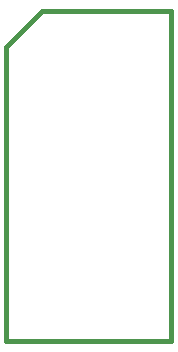
<source format=gbr>
G04 (created by PCBNEW-RS274X (2012-apr-16-27)-stable) date Thu 17 Apr 2014 14:09:52 BST*
G01*
G70*
G90*
%MOIN*%
G04 Gerber Fmt 3.4, Leading zero omitted, Abs format*
%FSLAX34Y34*%
G04 APERTURE LIST*
%ADD10C,0.020000*%
%ADD11C,0.015000*%
G04 APERTURE END LIST*
G54D10*
G54D11*
X00409Y00220D02*
X05909Y00220D01*
X00409Y10020D02*
X00409Y00220D01*
X01609Y11220D02*
X05909Y11220D01*
X00409Y10020D02*
X01609Y11220D01*
X05909Y10420D02*
X05909Y11220D01*
X05906Y00197D02*
X05906Y10433D01*
M02*

</source>
